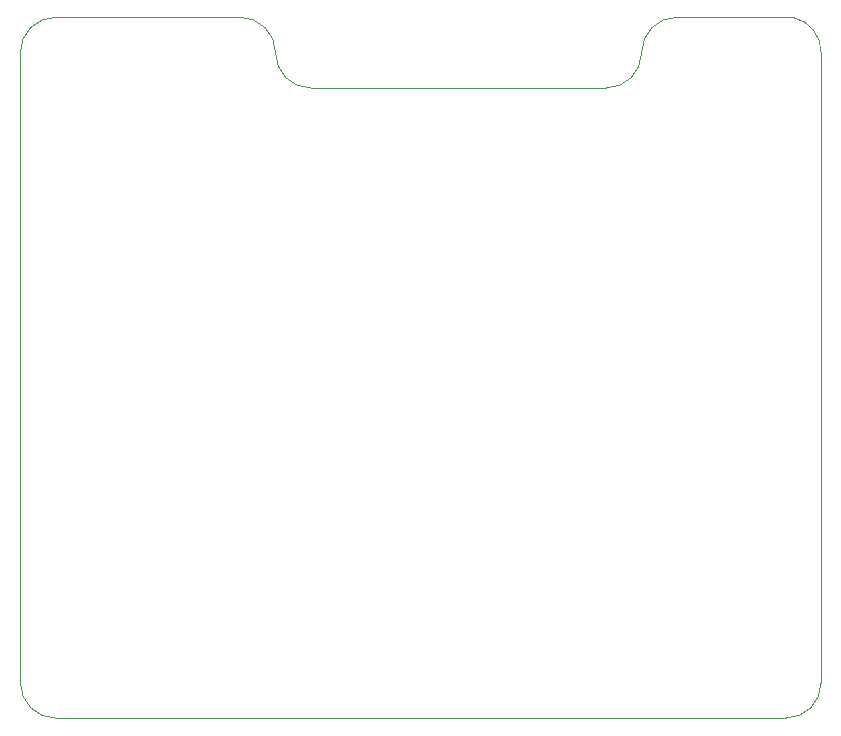
<source format=gbr>
G04 #@! TF.GenerationSoftware,KiCad,Pcbnew,(5.1.7-0-10_14)*
G04 #@! TF.CreationDate,2021-02-01T21:43:09+11:00*
G04 #@! TF.ProjectId,esp32_battery_isolator,65737033-325f-4626-9174-746572795f69,rev?*
G04 #@! TF.SameCoordinates,Original*
G04 #@! TF.FileFunction,Profile,NP*
%FSLAX46Y46*%
G04 Gerber Fmt 4.6, Leading zero omitted, Abs format (unit mm)*
G04 Created by KiCad (PCBNEW (5.1.7-0-10_14)) date 2021-02-01 21:43:09*
%MOMM*%
%LPD*%
G01*
G04 APERTURE LIST*
G04 #@! TA.AperFunction,Profile*
%ADD10C,0.050000*%
G04 #@! TD*
G04 APERTURE END LIST*
D10*
X132250000Y-81000000D02*
X157250000Y-81000000D01*
X132250000Y-81000000D02*
G75*
G02*
X129250000Y-78000000I0J3000000D01*
G01*
X160250000Y-78000000D02*
G75*
G02*
X157250000Y-81000000I-3000000J0D01*
G01*
X160250000Y-78000000D02*
G75*
G02*
X163250000Y-75000000I3000000J0D01*
G01*
X126250000Y-75000000D02*
G75*
G02*
X129250000Y-78000000I0J-3000000D01*
G01*
X110650000Y-75000000D02*
X126250000Y-75000000D01*
X107650000Y-78000000D02*
G75*
G02*
X110650000Y-75000000I3000000J0D01*
G01*
X173057820Y-75012184D02*
G75*
G02*
X175450000Y-78051666I-607820J-2939482D01*
G01*
X175450000Y-131350000D02*
G75*
G02*
X172450000Y-134350000I-3000000J0D01*
G01*
X110650000Y-134350000D02*
G75*
G02*
X107650000Y-131350000I0J3000000D01*
G01*
X175450000Y-78051666D02*
X175450000Y-131350000D01*
X172450000Y-134350000D02*
X110650000Y-134350000D01*
X107650000Y-131350000D02*
X107650000Y-78000000D01*
X163250000Y-75000000D02*
X173057820Y-75012184D01*
M02*

</source>
